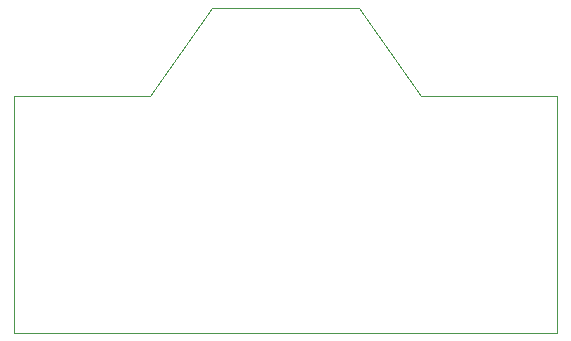
<source format=gm1>
%TF.GenerationSoftware,KiCad,Pcbnew,9.0.7+1*%
%TF.CreationDate,2026-03-09T21:39:48+00:00*%
%TF.ProjectId,Test_5,54657374-5f35-42e6-9b69-6361645f7063,NO_TAG+ (Unreleased)*%
%TF.SameCoordinates,Original*%
%TF.FileFunction,Profile,NP*%
%FSLAX46Y46*%
G04 Gerber Fmt 4.6, Leading zero omitted, Abs format (unit mm)*
G04 Created by KiCad (PCBNEW 9.0.7+1) date 2026-03-09 21:39:48*
%MOMM*%
%LPD*%
G01*
G04 APERTURE LIST*
%TA.AperFunction,Profile*%
%ADD10C,0.050000*%
%TD*%
G04 APERTURE END LIST*
D10*
X29250000Y27500000D02*
X34500000Y20000000D01*
X34500000Y20000000D02*
X46000000Y20000000D01*
X46000000Y0D02*
X46000000Y20000000D01*
X16750000Y27500000D02*
X11500000Y20000000D01*
X0Y20000000D02*
X0Y0D01*
X16750000Y27500000D02*
X29250000Y27500000D01*
X11500000Y20000000D02*
X0Y20000000D01*
X0Y0D02*
X46000000Y0D01*
M02*

</source>
